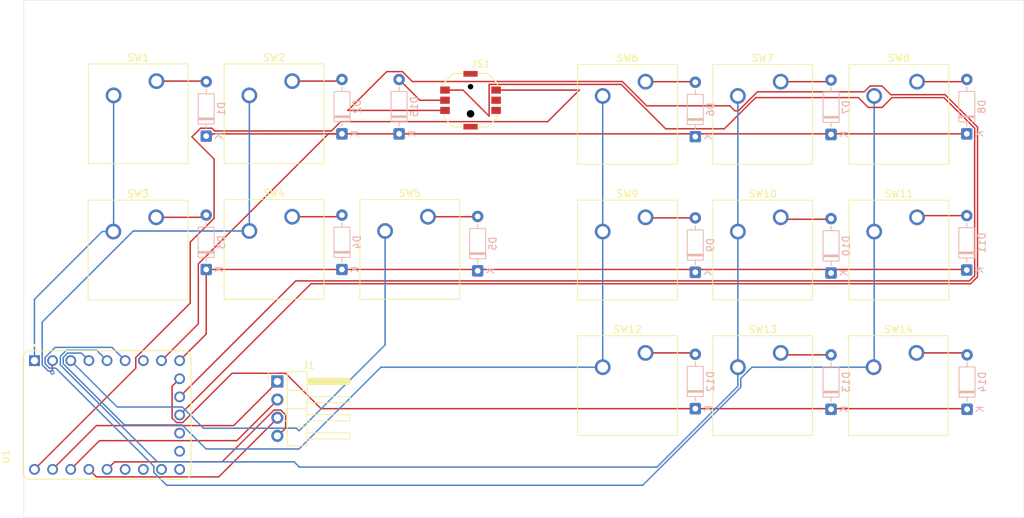
<source format=kicad_pcb>
(kicad_pcb (version 20241229) (generator "pcbnew") (generator_version "9.0")
  (layers (0 "F.Cu" signal) (2 "B.Cu" signal) (13 "F.Paste" user) (15 "B.Paste" user) (5 "F.SilkS" user "F.Silkscreen") (7 "B.SilkS" user "B.Silkscreen") (1 "F.Mask" user) (3 "B.Mask" user) (25 "Edge.Cuts" user))
  (net 0 "")
  (net 1 "Net-(D1-A)")
  (net 2 "row1")
  (net 3 "Net-(D2-A)")
  (net 4 "Net-(D3-A)")
  (net 5 "Net-(D4-A)")
  (net 6 "row0")
  (net 7 "Net-(D5-A)")
  (net 8 "Net-(D6-A)")
  (net 9 "Net-(D7-A)")
  (net 10 "Net-(D8-A)")
  (net 11 "Net-(D9-A)")
  (net 12 "Net-(D10-A)")
  (net 13 "Net-(D11-A)")
  (net 14 "row2")
  (net 15 "Net-(D12-A)")
  (net 16 "Net-(D13-A)")
  (net 17 "Net-(D14-A)")
  (net 18 "/SDA")
  (net 19 "/3V3")
  (net 20 "/SCL")
  (net 21 "/GND")
  (net 25 "/col0")
  (net 29 "/col2")
  (net 30 "/col1")
  (net 31 "/col3")
  (net 32 "/col4")
  (net 34 "/col5")
  (net 35 "/JS_Y")
  (net 36 "/JS_X")
  (net 37 "/JS1VCC")
  (net 38 "Net-(D15-A)")
  (footprint "RP2040-ZERO:MODULE_RP2040-ZERO" (layer "F.Cu") (at 93.16 118.12 90)
    (property "Reference" "U1" (at -5.825 -14.135 90) (layer "F.SilkS"))
    (property "Value" "RP2040-ZERO")
    (pad "1" thru_hole rect (at 7.62 -10.16 90) (size 1.508 1.508) (drill 1) (layers "*.Cu" "*.Mask") (net 25 "/col0"))
    (pad "2" thru_hole circle (at 7.62 -7.62 90) (size 1.508 1.508) (drill 1) (layers "*.Cu" "*.Mask") (net 30 "/col1"))
    (pad "3" thru_hole circle (at 7.62 -5.08 90) (size 1.508 1.508) (drill 1) (layers "*.Cu" "*.Mask") (net 29 "/col2"))
    (pad "4" thru_hole circle (at 7.62 -2.54 90) (size 1.508 1.508) (drill 1) (layers "*.Cu" "*.Mask") (net 31 "/col3"))
    (pad "5" thru_hole circle (at 7.62 0 90) (size 1.508 1.508) (drill 1) (layers "*.Cu" "*.Mask") (net 32 "/col4"))
    (pad "6" thru_hole circle (at 7.62 2.54 90) (size 1.508 1.508) (drill 1) (layers "*.Cu" "*.Mask") (net 34 "/col5"))
    (pad "7" thru_hole circle (at 7.62 5.08 90) (size 1.508 1.508) (drill 1) (layers "*.Cu" "*.Mask"))
    (pad "8" thru_hole circle (at 7.62 7.62 90) (size 1.508 1.508) (drill 1) (layers "*.Cu" "*.Mask") (net 6 "row0"))
    (pad "9" thru_hole circle (at 7.62 10.16 90) (size 1.508 1.508) (drill 1) (layers "*.Cu" "*.Mask") (net 2 "row1"))
    (pad "10" thru_hole circle (at 5.08 10.16 90) (size 1.508 1.508) (drill 1) (layers "*.Cu" "*.Mask") (net 14 "row2"))
    (pad "11" thru_hole circle (at 2.54 10.16 90) (size 1.508 1.508) (drill 1) (layers "*.Cu" "*.Mask") (net 36 "/JS_X"))
    (pad "12" thru_hole circle (at 0 10.16 90) (size 1.508 1.508) (drill 1) (layers "*.Cu" "*.Mask") (net 35 "/JS_Y"))
    (pad "13" thru_hole circle (at -2.54 10.16 90) (size 1.508 1.508) (drill 1) (layers "*.Cu" "*.Mask"))
    (pad "14" thru_hole circle (at -5.08 10.16 90) (size 1.508 1.508) (drill 1) (layers "*.Cu" "*.Mask"))
    (pad "15" thru_hole circle (at -7.62 10.16 90) (size 1.508 1.508) (drill 1) (layers "*.Cu" "*.Mask"))
    (pad "16" thru_hole circle (at -7.62 7.62 90) (size 1.508 1.508) (drill 1) (layers "*.Cu" "*.Mask"))
    (pad "17" thru_hole circle (at -7.62 5.08 90) (size 1.508 1.508) (drill 1) (layers "*.Cu" "*.Mask"))
    (pad "18" thru_hole circle (at -7.62 2.54 90) (size 1.508 1.508) (drill 1) (layers "*.Cu" "*.Mask"))
    (pad "19" thru_hole circle (at -7.62 0 90) (size 1.508 1.508) (drill 1) (layers "*.Cu" "*.Mask") (net 18 "/SDA"))
    (pad "20" thru_hole circle (at -7.62 -2.54 90) (size 1.508 1.508) (drill 1) (layers "*.Cu" "*.Mask") (net 20 "/SCL"))
    (pad "21" thru_hole circle (at -7.62 -5.08 90) (size 1.508 1.508) (drill 1) (layers "*.Cu" "*.Mask") (net 19 "/3V3"))
    (pad "22" thru_hole circle (at -7.62 -7.62 90) (size 1.508 1.508) (drill 1) (layers "*.Cu" "*.Mask") (net 21 "/GND"))
    (pad "23" thru_hole circle (at -7.62 -10.16 90) (size 1.508 1.508) (drill 1) (layers "*.Cu" "*.Mask") (net 37 "/JS1VCC"))
  )
  (footprint "Button_Switch_Keyboard:SW_Cherry_MX_1.00u_PCB" (layer "F.Cu") (at 187.46 108.92)
    (property "Reference" "SW13" (at -2.54 -2.794 0) (layer "F.SilkS"))
    (property "Value" "SW_Push")
    (pad "" np_thru_hole circle (at -7.62 5.08) (size 1.7 1.7) (drill 1.7) (layers "*.Cu" "*.Mask"))
    (pad "" np_thru_hole circle (at -2.54 5.08) (size 4 4) (drill 4) (layers "*.Cu" "*.Mask"))
    (pad "" np_thru_hole circle (at 2.54 5.08) (size 1.7 1.7) (drill 1.7) (layers "*.Cu" "*.Mask"))
    (pad "1" thru_hole circle (at -6 2.5) (size 2.2 2.2) (drill 1.5) (layers "*.Cu" "*.Mask") (net 32 "/col4"))
    (pad "2" thru_hole circle (at 0 0.5) (size 2.2 2.2) (drill 1.5) (layers "*.Cu" "*.Mask") (net 16 "Net-(D13-A)"))
  )
  (footprint "Button_Switch_Keyboard:SW_Cherry_MX_1.00u_PCB" (layer "F.Cu") (at 206.54 70.92)
    (property "Reference" "SW8" (at -2.54 -2.794 0) (layer "F.SilkS"))
    (property "Value" "SW_Push")
    (pad "" np_thru_hole circle (at -7.62 5.08) (size 1.7 1.7) (drill 1.7) (layers "*.Cu" "*.Mask"))
    (pad "" np_thru_hole circle (at -2.54 5.08) (size 4 4) (drill 4) (layers "*.Cu" "*.Mask"))
    (pad "" np_thru_hole circle (at 2.54 5.08) (size 1.7 1.7) (drill 1.7) (layers "*.Cu" "*.Mask"))
    (pad "1" thru_hole circle (at -6 2.5) (size 2.2 2.2) (drill 1.5) (layers "*.Cu" "*.Mask") (net 34 "/col5"))
    (pad "2" thru_hole circle (at 0 0.5) (size 2.2 2.2) (drill 1.5) (layers "*.Cu" "*.Mask") (net 10 "Net-(D8-A)"))
  )
  (footprint "Button_Switch_Keyboard:SW_Cherry_MX_1.00u_PCB" (layer "F.Cu") (at 119.08 89.84)
    (property "Reference" "SW4" (at -2.54 -2.794 0) (layer "F.SilkS"))
    (property "Value" "SW_Push")
    (pad "" np_thru_hole circle (at -7.62 5.08) (size 1.7 1.7) (drill 1.7) (layers "*.Cu" "*.Mask"))
    (pad "" np_thru_hole circle (at -2.54 5.08) (size 4 4) (drill 4) (layers "*.Cu" "*.Mask"))
    (pad "" np_thru_hole circle (at 2.54 5.08) (size 1.7 1.7) (drill 1.7) (layers "*.Cu" "*.Mask"))
    (pad "1" thru_hole circle (at -6 2.5) (size 2.2 2.2) (drill 1.5) (layers "*.Cu" "*.Mask") (net 30 "/col1"))
    (pad "2" thru_hole circle (at 0 0.5) (size 2.2 2.2) (drill 1.5) (layers "*.Cu" "*.Mask") (net 5 "Net-(D4-A)"))
  )
  (footprint "Button_Switch_Keyboard:SW_Cherry_MX_1.00u_PCB" (layer "F.Cu") (at 206.54 89.92)
    (property "Reference" "SW11" (at -2.54 -2.794 0) (layer "F.SilkS"))
    (property "Value" "SW_Push")
    (pad "" np_thru_hole circle (at -7.62 5.08) (size 1.7 1.7) (drill 1.7) (layers "*.Cu" "*.Mask"))
    (pad "" np_thru_hole circle (at -2.54 5.08) (size 4 4) (drill 4) (layers "*.Cu" "*.Mask"))
    (pad "" np_thru_hole circle (at 2.54 5.08) (size 1.7 1.7) (drill 1.7) (layers "*.Cu" "*.Mask"))
    (pad "1" thru_hole circle (at -6 2.5) (size 2.2 2.2) (drill 1.5) (layers "*.Cu" "*.Mask") (net 34 "/col5"))
    (pad "2" thru_hole circle (at 0 0.5) (size 2.2 2.2) (drill 1.5) (layers "*.Cu" "*.Mask") (net 13 "Net-(D11-A)"))
  )
  (footprint "Button_Switch_Keyboard:SW_Cherry_MX_1.00u_PCB" (layer "F.Cu") (at 119.08 70.84)
    (property "Reference" "SW2" (at -2.54 -2.794 0) (layer "F.SilkS"))
    (property "Value" "SW_Push")
    (pad "" np_thru_hole circle (at -7.62 5.08) (size 1.7 1.7) (drill 1.7) (layers "*.Cu" "*.Mask"))
    (pad "" np_thru_hole circle (at -2.54 5.08) (size 4 4) (drill 4) (layers "*.Cu" "*.Mask"))
    (pad "" np_thru_hole circle (at 2.54 5.08) (size 1.7 1.7) (drill 1.7) (layers "*.Cu" "*.Mask"))
    (pad "1" thru_hole circle (at -6 2.5) (size 2.2 2.2) (drill 1.5) (layers "*.Cu" "*.Mask") (net 30 "/col1"))
    (pad "2" thru_hole circle (at 0 0.5) (size 2.2 2.2) (drill 1.5) (layers "*.Cu" "*.Mask") (net 3 "Net-(D2-A)"))
  )
  (footprint "Connector_PinHeader_2.54mm:PinHeader_1x04_P2.54mm_Horizontal" (layer "F.Cu") (at 117 113.42)
    (property "Reference" "J1" (at 4.385 -2.27 0) (layer "F.SilkS"))
    (property "Value" "Conn_01x04")
    (pad "1" thru_hole rect (at 0 0) (size 1.7 1.7) (drill 1) (layers "*.Cu" "*.Mask") (net 21 "/GND"))
    (pad "2" thru_hole circle (at 0 2.54) (size 1.7 1.7) (drill 1) (layers "*.Cu" "*.Mask") (net 19 "/3V3"))
    (pad "3" thru_hole circle (at 0 5.08) (size 1.7 1.7) (drill 1) (layers "*.Cu" "*.Mask") (net 20 "/SCL"))
    (pad "4" thru_hole circle (at 0 7.62) (size 1.7 1.7) (drill 1) (layers "*.Cu" "*.Mask") (net 18 "/SDA"))
  )
  (footprint "Button_Switch_Keyboard:SW_Cherry_MX_1.00u_PCB" (layer "F.Cu") (at 187.46 70.92)
    (property "Reference" "SW7" (at -2.54 -2.794 0) (layer "F.SilkS"))
    (property "Value" "SW_Push")
    (pad "" np_thru_hole circle (at -7.62 5.08) (size 1.7 1.7) (drill 1.7) (layers "*.Cu" "*.Mask"))
    (pad "" np_thru_hole circle (at -2.54 5.08) (size 4 4) (drill 4) (layers "*.Cu" "*.Mask"))
    (pad "" np_thru_hole circle (at 2.54 5.08) (size 1.7 1.7) (drill 1.7) (layers "*.Cu" "*.Mask"))
    (pad "1" thru_hole circle (at -6 2.5) (size 2.2 2.2) (drill 1.5) (layers "*.Cu" "*.Mask") (net 32 "/col4"))
    (pad "2" thru_hole circle (at 0 0.5) (size 2.2 2.2) (drill 1.5) (layers "*.Cu" "*.Mask") (net 9 "Net-(D7-A)"))
  )
  (footprint "Button_Switch_Keyboard:SW_Cherry_MX_1.00u_PCB" (layer "F.Cu") (at 138.08 89.84)
    (property "Reference" "SW5" (at -2.54 -2.794 0) (layer "F.SilkS"))
    (property "Value" "SW_Push")
    (pad "" np_thru_hole circle (at -7.62 5.08) (size 1.7 1.7) (drill 1.7) (layers "*.Cu" "*.Mask"))
    (pad "" np_thru_hole circle (at -2.54 5.08) (size 4 4) (drill 4) (layers "*.Cu" "*.Mask"))
    (pad "" np_thru_hole circle (at 2.54 5.08) (size 1.7 1.7) (drill 1.7) (layers "*.Cu" "*.Mask"))
    (pad "1" thru_hole circle (at -6 2.5) (size 2.2 2.2) (drill 1.5) (layers "*.Cu" "*.Mask") (net 29 "/col2"))
    (pad "2" thru_hole circle (at 0 0.5) (size 2.2 2.2) (drill 1.5) (layers "*.Cu" "*.Mask") (net 7 "Net-(D5-A)"))
  )
  (footprint "joy:SW_SKRHABE010_SMD" (layer "F.Cu") (at 144.04 74.02)
    (property "Reference" "JS1" (at 0 -4.5 0) (layer "F.SilkS") (effects (justify left bottom)))
    (property "Value" "joystick_analog")
    (pad "" np_thru_hole circle (at 0 -1.9) (size 0.75 0.75) (drill 0.75) (layers "*.Mask"))
    (pad "" np_thru_hole circle (at 0 1.9) (size 1.05 1.05) (drill 1.05) (layers "*.Mask"))
    (pad "1" smd rect (at -3.575 -1.425 90) (size 1 1.35) (layers "F.Cu" "F.Mask" "F.Paste") (net 36 "/JS_X"))
    (pad "2" smd rect (at -3.575 0 90) (size 1 1.35) (layers "F.Cu" "F.Mask" "F.Paste") (net 38 "Net-(D15-A)"))
    (pad "3" smd rect (at -3.575 1.425 90) (size 1 1.35) (layers "F.Cu" "F.Mask" "F.Paste") (net 35 "/JS_Y"))
    (pad "4" smd rect (at 3.575 -1.425 90) (size 1 1.35) (layers "F.Cu" "F.Mask" "F.Paste") (net 37 "/JS1VCC"))
    (pad "5" smd rect (at 3.575 0 90) (size 1 1.35) (layers "F.Cu" "F.Mask" "F.Paste"))
    (pad "6" smd rect (at 3.575 1.425 90) (size 1 1.35) (layers "F.Cu" "F.Mask" "F.Paste"))
    (pad "MP" smd rect (at 0 -3.7 90) (size 0.8 2) (layers "F.Cu" "F.Mask" "F.Paste"))
    (pad "MP" smd rect (at 0 3.7 90) (size 0.8 2) (layers "F.Cu" "F.Mask" "F.Paste"))
  )
  (footprint "Button_Switch_Keyboard:SW_Cherry_MX_1.00u_PCB" (layer "F.Cu") (at 168.54 89.92)
    (property "Reference" "SW9" (at -2.54 -2.794 0) (layer "F.SilkS"))
    (property "Value" "SW_Push")
    (pad "" np_thru_hole circle (at -7.62 5.08) (size 1.7 1.7) (drill 1.7) (layers "*.Cu" "*.Mask"))
    (pad "" np_thru_hole circle (at -2.54 5.08) (size 4 4) (drill 4) (layers "*.Cu" "*.Mask"))
    (pad "" np_thru_hole circle (at 2.54 5.08) (size 1.7 1.7) (drill 1.7) (layers "*.Cu" "*.Mask"))
    (pad "1" thru_hole circle (at -6 2.5) (size 2.2 2.2) (drill 1.5) (layers "*.Cu" "*.Mask") (net 31 "/col3"))
    (pad "2" thru_hole circle (at 0 0.5) (size 2.2 2.2) (drill 1.5) (layers "*.Cu" "*.Mask") (net 11 "Net-(D9-A)"))
  )
  (footprint "Button_Switch_Keyboard:SW_Cherry_MX_1.00u_PCB" (layer "F.Cu") (at 100.04 89.92)
    (property "Reference" "SW3" (at -2.54 -2.794 0) (layer "F.SilkS"))
    (property "Value" "SW_Push")
    (pad "" np_thru_hole circle (at -7.62 5.08) (size 1.7 1.7) (drill 1.7) (layers "*.Cu" "*.Mask"))
    (pad "" np_thru_hole circle (at -2.54 5.08) (size 4 4) (drill 4) (layers "*.Cu" "*.Mask"))
    (pad "" np_thru_hole circle (at 2.54 5.08) (size 1.7 1.7) (drill 1.7) (layers "*.Cu" "*.Mask"))
    (pad "1" thru_hole circle (at -6 2.5) (size 2.2 2.2) (drill 1.5) (layers "*.Cu" "*.Mask") (net 25 "/col0"))
    (pad "2" thru_hole circle (at 0 0.5) (size 2.2 2.2) (drill 1.5) (layers "*.Cu" "*.Mask") (net 4 "Net-(D3-A)"))
  )
  (footprint "Button_Switch_Keyboard:SW_Cherry_MX_1.00u_PCB" (layer "F.Cu") (at 206.46 108.92)
    (property "Reference" "SW14" (at -2.54 -2.794 0) (layer "F.SilkS"))
    (property "Value" "SW_Push")
    (pad "" np_thru_hole circle (at -7.62 5.08) (size 1.7 1.7) (drill 1.7) (layers "*.Cu" "*.Mask"))
    (pad "" np_thru_hole circle (at -2.54 5.08) (size 4 4) (drill 4) (layers "*.Cu" "*.Mask"))
    (pad "" np_thru_hole circle (at 2.54 5.08) (size 1.7 1.7) (drill 1.7) (layers "*.Cu" "*.Mask"))
    (pad "1" thru_hole circle (at -6 2.5) (size 2.2 2.2) (drill 1.5) (layers "*.Cu" "*.Mask") (net 34 "/col5"))
    (pad "2" thru_hole circle (at 0 0.5) (size 2.2 2.2) (drill 1.5) (layers "*.Cu" "*.Mask") (net 17 "Net-(D14-A)"))
  )
  (footprint "Button_Switch_Keyboard:SW_Cherry_MX_1.00u_PCB" (layer "F.Cu") (at 100.08 70.84)
    (property "Reference" "SW1" (at -2.54 -2.794 0) (layer "F.SilkS"))
    (property "Value" "SW_Push")
    (pad "" np_thru_hole circle (at -7.62 5.08) (size 1.7 1.7) (drill 1.7) (layers "*.Cu" "*.Mask"))
    (pad "" np_thru_hole circle (at -2.54 5.08) (size 4 4) (drill 4) (layers "*.Cu" "*.Mask"))
    (pad "" np_thru_hole circle (at 2.54 5.08) (size 1.7 1.7) (drill 1.7) (layers "*.Cu" "*.Mask"))
    (pad "1" thru_hole circle (at -6 2.5) (size 2.2 2.2) (drill 1.5) (layers "*.Cu" "*.Mask") (net 25 "/col0"))
    (pad "2" thru_hole circle (at 0 0.5) (size 2.2 2.2) (drill 1.5) (layers "*.Cu" "*.Mask") (net 1 "Net-(D1-A)"))
  )
  (footprint "Button_Switch_Keyboard:SW_Cherry_MX_1.00u_PCB" (layer "F.Cu") (at 168.54 70.92)
    (property "Reference" "SW6" (at -2.54 -2.794 0) (layer "F.SilkS"))
    (property "Value" "SW_Push")
    (pad "" np_thru_hole circle (at -7.62 5.08) (size 1.7 1.7) (drill 1.7) (layers "*.Cu" "*.Mask"))
    (pad "" np_thru_hole circle (at -2.54 5.08) (size 4 4) (drill 4) (layers "*.Cu" "*.Mask"))
    (pad "" np_thru_hole circle (at 2.54 5.08) (size 1.7 1.7) (drill 1.7) (layers "*.Cu" "*.Mask"))
    (pad "1" thru_hole circle (at -6 2.5) (size 2.2 2.2) (drill 1.5) (layers "*.Cu" "*.Mask") (net 31 "/col3"))
    (pad "2" thru_hole circle (at 0 0.5) (size 2.2 2.2) (drill 1.5) (layers "*.Cu" "*.Mask") (net 8 "Net-(D6-A)"))
  )
  (footprint "Button_Switch_Keyboard:SW_Cherry_MX_1.00u_PCB" (layer "F.Cu") (at 168.54 108.92)
    (property "Reference" "SW12" (at -2.54 -2.794 0) (layer "F.SilkS"))
    (property "Value" "SW_Push")
    (pad "" np_thru_hole circle (at -7.62 5.08) (size 1.7 1.7) (drill 1.7) (layers "*.Cu" "*.Mask"))
    (pad "" np_thru_hole circle (at -2.54 5.08) (size 4 4) (drill 4) (layers "*.Cu" "*.Mask"))
    (pad "" np_thru_hole circle (at 2.54 5.08) (size 1.7 1.7) (drill 1.7) (layers "*.Cu" "*.Mask"))
    (pad "1" thru_hole circle (at -6 2.5) (size 2.2 2.2) (drill 1.5) (layers "*.Cu" "*.Mask") (net 31 "/col3"))
    (pad "2" thru_hole circle (at 0 0.5) (size 2.2 2.2) (drill 1.5) (layers "*.Cu" "*.Mask") (net 15 "Net-(D12-A)"))
  )
  (footprint "Button_Switch_Keyboard:SW_Cherry_MX_1.00u_PCB" (layer "F.Cu") (at 187.46 89.92)
    (property "Reference" "SW10" (at -2.54 -2.794 0) (layer "F.SilkS"))
    (property "Value" "SW_Push")
    (pad "" np_thru_hole circle (at -7.62 5.08) (size 1.7 1.7) (drill 1.7) (layers "*.Cu" "*.Mask"))
    (pad "" np_thru_hole circle (at -2.54 5.08) (size 4 4) (drill 4) (layers "*.Cu" "*.Mask"))
    (pad "" np_thru_hole circle (at 2.54 5.08) (size 1.7 1.7) (drill 1.7) (layers "*.Cu" "*.Mask"))
    (pad "1" thru_hole circle (at -6 2.5) (size 2.2 2.2) (drill 1.5) (layers "*.Cu" "*.Mask") (net 32 "/col4"))
    (pad "2" thru_hole circle (at 0 0.5) (size 2.2 2.2) (drill 1.5) (layers "*.Cu" "*.Mask") (net 12 "Net-(D10-A)"))
  )
  (footprint "Diode_THT:D_DO-35_SOD27_P7.62mm_Horizontal" (layer "B.Cu") (at 145.04 97.92 90)
    (property "Reference" "D5" (at 3.81 2.12 90) (layer "B.SilkS") (effects (justify mirror)))
    (property "Value" "D")
    (fp_text user "K" (at 0 1.8 90) (layer "B.SilkS") (effects (justify mirror)))
    (pad "1" thru_hole roundrect (at 0 0 90) (size 1.6 1.6) (drill 0.8) (layers "*.Cu" "*.Mask") (roundrect_rratio 0.15625) (net 2 "row1"))
    (pad "2" thru_hole circle (at 7.62 0 90) (size 1.6 1.6) (drill 0.8) (layers "*.Cu" "*.Mask") (net 7 "Net-(D5-A)"))
  )
  (footprint "Diode_THT:D_DO-35_SOD27_P7.62mm_Horizontal" (layer "B.Cu") (at 213.5 97.81 90)
    (property "Reference" "D11" (at 3.81 2.12 90) (layer "B.SilkS") (effects (justify mirror)))
    (property "Value" "D")
    (fp_text user "K" (at 0 1.8 90) (layer "B.SilkS") (effects (justify mirror)))
    (pad "1" thru_hole roundrect (at 0 0 90) (size 1.6 1.6) (drill 0.8) (layers "*.Cu" "*.Mask") (roundrect_rratio 0.15625) (net 2 "row1"))
    (pad "2" thru_hole circle (at 7.62 0 90) (size 1.6 1.6) (drill 0.8) (layers "*.Cu" "*.Mask") (net 13 "Net-(D11-A)"))
  )
  (footprint "Diode_THT:D_DO-35_SOD27_P7.62mm_Horizontal" (layer "B.Cu") (at 213.5 78.73 90)
    (property "Reference" "D8" (at 3.81 2.12 90) (layer "B.SilkS") (effects (justify mirror)))
    (property "Value" "D")
    (fp_text user "K" (at 0 1.8 90) (layer "B.SilkS") (effects (justify mirror)))
    (pad "1" thru_hole roundrect (at 0 0 90) (size 1.6 1.6) (drill 0.8) (layers "*.Cu" "*.Mask") (roundrect_rratio 0.15625) (net 6 "row0"))
    (pad "2" thru_hole circle (at 7.62 0 90) (size 1.6 1.6) (drill 0.8) (layers "*.Cu" "*.Mask") (net 10 "Net-(D8-A)"))
  )
  (footprint "Diode_THT:D_DO-35_SOD27_P7.62mm_Horizontal" (layer "B.Cu") (at 175.5 98.12 90)
    (property "Reference" "D9" (at 3.81 2.12 90) (layer "B.SilkS") (effects (justify mirror)))
    (property "Value" "D")
    (fp_text user "K" (at 0 1.8 90) (layer "B.SilkS") (effects (justify mirror)))
    (pad "1" thru_hole roundrect (at 0 0 90) (size 1.6 1.6) (drill 0.8) (layers "*.Cu" "*.Mask") (roundrect_rratio 0.15625) (net 2 "row1"))
    (pad "2" thru_hole circle (at 7.62 0 90) (size 1.6 1.6) (drill 0.8) (layers "*.Cu" "*.Mask") (net 11 "Net-(D9-A)"))
  )
  (footprint "Diode_THT:D_DO-35_SOD27_P7.62mm_Horizontal" (layer "B.Cu") (at 126.04 78.73 90)
    (property "Reference" "D2" (at 3.81 2.12 90) (layer "B.SilkS") (effects (justify mirror)))
    (property "Value" "D")
    (fp_text user "K" (at 0 1.8 90) (layer "B.SilkS") (effects (justify mirror)))
    (pad "1" thru_hole roundrect (at 0 0 90) (size 1.6 1.6) (drill 0.8) (layers "*.Cu" "*.Mask") (roundrect_rratio 0.15625) (net 6 "row0"))
    (pad "2" thru_hole circle (at 7.62 0 90) (size 1.6 1.6) (drill 0.8) (layers "*.Cu" "*.Mask") (net 3 "Net-(D2-A)"))
  )
  (footprint "Diode_THT:D_DO-35_SOD27_P7.62mm_Horizontal" (layer "B.Cu") (at 194.5 98.23 90)
    (property "Reference" "D10" (at 3.81 2.12 90) (layer "B.SilkS") (effects (justify mirror)))
    (property "Value" "D")
    (fp_text user "K" (at 0 1.8 90) (layer "B.SilkS") (effects (justify mirror)))
    (pad "1" thru_hole roundrect (at 0 0 90) (size 1.6 1.6) (drill 0.8) (layers "*.Cu" "*.Mask") (roundrect_rratio 0.15625) (net 2 "row1"))
    (pad "2" thru_hole circle (at 7.62 0 90) (size 1.6 1.6) (drill 0.8) (layers "*.Cu" "*.Mask") (net 12 "Net-(D10-A)"))
  )
  (footprint "Diode_THT:D_DO-35_SOD27_P7.62mm_Horizontal" (layer "B.Cu") (at 175.5 79.12 90)
    (property "Reference" "D6" (at 3.81 2.12 90) (layer "B.SilkS") (effects (justify mirror)))
    (property "Value" "D")
    (fp_text user "K" (at 0 1.8 90) (layer "B.SilkS") (effects (justify mirror)))
    (pad "1" thru_hole roundrect (at 0 0 90) (size 1.6 1.6) (drill 0.8) (layers "*.Cu" "*.Mask") (roundrect_rratio 0.15625) (net 6 "row0"))
    (pad "2" thru_hole circle (at 7.62 0 90) (size 1.6 1.6) (drill 0.8) (layers "*.Cu" "*.Mask") (net 8 "Net-(D6-A)"))
  )
  (footprint "Diode_THT:D_DO-35_SOD27_P7.62mm_Horizontal" (layer "B.Cu") (at 107.04 79.04 90)
    (property "Reference" "D1" (at 3.81 2.12 90) (layer "B.SilkS") (effects (justify mirror)))
    (property "Value" "D")
    (fp_text user "K" (at 0 1.8 90) (layer "B.SilkS") (effects (justify mirror)))
    (pad "1" thru_hole roundrect (at 0 0 90) (size 1.6 1.6) (drill 0.8) (layers "*.Cu" "*.Mask") (roundrect_rratio 0.15625) (net 6 "row0"))
    (pad "2" thru_hole circle (at 7.62 0 90) (size 1.6 1.6) (drill 0.8) (layers "*.Cu" "*.Mask") (net 1 "Net-(D1-A)"))
  )
  (footprint "Diode_THT:D_DO-35_SOD27_P7.62mm_Horizontal" (layer "B.Cu") (at 194.5 117.31 90)
    (property "Reference" "D13" (at 3.81 2.12 90) (layer "B.SilkS") (effects (justify mirror)))
    (property "Value" "D")
    (fp_text user "K" (at 0 1.8 90) (layer "B.SilkS") (effects (justify mirror)))
    (pad "1" thru_hole roundrect (at 0 0 90) (size 1.6 1.6) (drill 0.8) (layers "*.Cu" "*.Mask") (roundrect_rratio 0.15625) (net 14 "row2"))
    (pad "2" thru_hole circle (at 7.62 0 90) (size 1.6 1.6) (drill 0.8) (layers "*.Cu" "*.Mask") (net 16 "Net-(D13-A)"))
  )
  (footprint "Diode_THT:D_DO-35_SOD27_P7.62mm_Horizontal" (layer "B.Cu") (at 134.04 78.73 90)
    (property "Reference" "D15" (at 3.81 2.12 90) (layer "B.SilkS") (effects (justify mirror)))
    (property "Value" "D")
    (fp_text user "K" (at 0 1.8 90) (layer "B.SilkS") (effects (justify mirror)))
    (pad "1" thru_hole roundrect (at 0 0 90) (size 1.6 1.6) (drill 0.8) (layers "*.Cu" "*.Mask") (roundrect_rratio 0.15625) (net 6 "row0"))
    (pad "2" thru_hole circle (at 7.62 0 90) (size 1.6 1.6) (drill 0.8) (layers "*.Cu" "*.Mask") (net 38 "Net-(D15-A)"))
  )
  (footprint "Diode_THT:D_DO-35_SOD27_P7.62mm_Horizontal" (layer "B.Cu") (at 213.54 117.31 90)
    (property "Reference" "D14" (at 3.81 2.12 90) (layer "B.SilkS") (effects (justify mirror)))
    (property "Value" "D")
    (fp_text user "K" (at 0 1.8 90) (layer "B.SilkS") (effects (justify mirror)))
    (pad "1" thru_hole roundrect (at 0 0 90) (size 1.6 1.6) (drill 0.8) (layers "*.Cu" "*.Mask") (roundrect_rratio 0.15625) (net 14 "row2"))
    (pad "2" thru_hole circle (at 7.62 0 90) (size 1.6 1.6) (drill 0.8) (layers "*.Cu" "*.Mask") (net 17 "Net-(D14-A)"))
  )
  (footprint "Diode_THT:D_DO-35_SOD27_P7.62mm_Horizontal" (layer "B.Cu") (at 107.04 97.73 90)
    (property "Reference" "D3" (at 3.81 2.12 90) (layer "B.SilkS") (effects (justify mirror)))
    (property "Value" "D")
    (fp_text user "K" (at 0 1.8 90) (layer "B.SilkS") (effects (justify mirror)))
    (pad "1" thru_hole roundrect (at 0 0 90) (size 1.6 1.6) (drill 0.8) (layers "*.Cu" "*.Mask") (roundrect_rratio 0.15625) (net 2 "row1"))
    (pad "2" thru_hole circle (at 7.62 0 90) (size 1.6 1.6) (drill 0.8) (layers "*.Cu" "*.Mask") (net 4 "Net-(D3-A)"))
  )
  (footprint "Diode_THT:D_DO-35_SOD27_P7.62mm_Horizontal" (layer "B.Cu") (at 175.5 117.23 90)
    (property "Reference" "D12" (at 3.81 2.12 90) (layer "B.SilkS") (effects (justify mirror)))
    (property "Value" "D")
    (fp_text user "K" (at 0 1.8 90) (layer "B.SilkS") (effects (justify mirror)))
    (pad "1" thru_hole roundrect (at 0 0 90) (size 1.6 1.6) (drill 0.8) (layers "*.Cu" "*.Mask") (roundrect_rratio 0.15625) (net 14 "row2"))
    (pad "2" thru_hole circle (at 7.62 0 90) (size 1.6 1.6) (drill 0.8) (layers "*.Cu" "*.Mask") (net 15 "Net-(D12-A)"))
  )
  (footprint "Diode_THT:D_DO-35_SOD27_P7.62mm_Horizontal" (layer "B.Cu") (at 126.04 97.73 90)
    (property "Reference" "D4" (at 3.81 2.12 90) (layer "B.SilkS") (effects (justify mirror)))
    (property "Value" "D")
    (fp_text user "K" (at 0 1.8 90) (layer "B.SilkS") (effects (justify mirror)))
    (pad "1" thru_hole roundrect (at 0 0 90) (size 1.6 1.6) (drill 0.8) (layers "*.Cu" "*.Mask") (roundrect_rratio 0.15625) (net 2 "row1"))
    (pad "2" thru_hole circle (at 7.62 0 90) (size 1.6 1.6) (drill 0.8) (layers "*.Cu" "*.Mask") (net 5 "Net-(D4-A)"))
  )
  (footprint "Diode_THT:D_DO-35_SOD27_P7.62mm_Horizontal" (layer "B.Cu") (at 194.5 78.81 90)
    (property "Reference" "D7" (at 3.81 2.12 90) (layer "B.SilkS") (effects (justify mirror)))
    (property "Value" "D")
    (fp_text user "K" (at 0 1.8 90) (layer "B.SilkS") (effects (justify mirror)))
    (pad "1" thru_hole roundrect (at 0 0 90) (size 1.6 1.6) (drill 0.8) (layers "*.Cu" "*.Mask") (roundrect_rratio 0.15625) (net 6 "row0"))
    (pad "2" thru_hole circle (at 7.62 0 90) (size 1.6 1.6) (drill 0.8) (layers "*.Cu" "*.Mask") (net 9 "Net-(D7-A)"))
  )
  (gr_rect (start 81.5 60) (end 221.5 132.5) (stroke (width 0.05)) (fill no) (layer "Edge.Cuts"))
  (segment (start 106.96 71.34) (end 107.04 71.42) (width 0.2) (layer "F.Cu") (net 1))
  (segment (start 100.08 71.34) (end 106.96 71.34) (width 0.2) (layer "F.Cu") (net 1))
  (segment (start 107.04 97.73) (end 213.42 97.73) (width 0.2) (layer "F.Cu") (net 2))
  (segment (start 213.42 97.73) (end 213.5 97.81) (width 0.2) (layer "F.Cu") (net 2))
  (segment (start 107.04 106.78) (end 103.32 110.5) (width 0.2) (layer "F.Cu") (net 2))
  (segment (start 107.04 97.73) (end 107.04 106.78) (width 0.2) (layer "F.Cu") (net 2))
  (segment (start 125.81 71.34) (end 126.04 71.11) (width 0.2) (layer "F.Cu") (net 3))
  (segment (start 119.08 71.34) (end 125.81 71.34) (width 0.2) (layer "F.Cu") (net 3))
  (segment (start 100.04 90.42) (end 106.85 90.42) (width 0.2) (layer "F.Cu") (net 4))
  (segment (start 106.85 90.42) (end 107.04 90.61) (width 0.2) (layer "F.Cu") (net 4))
  (segment (start 119.08 90.34) (end 125.81 90.34) (width 0.2) (layer "F.Cu") (net 5))
  (segment (start 125.81 90.34) (end 126.04 90.11) (width 0.2) (layer "F.Cu") (net 5))
  (segment (start 107.35 78.73) (end 107.04 79.04) (width 0.2) (layer "F.Cu") (net 6))
  (segment (start 107.97 78.73) (end 213.5 78.73) (width 0.2) (layer "F.Cu") (net 6))
  (segment (start 107.04 79.04) (end 107.66 79.04) (width 0.2) (layer "F.Cu") (net 6))
  (segment (start 105.939 96.94484) (end 105.939 105.341) (width 0.2) (layer "F.Cu") (net 6))
  (segment (start 105.939 105.341) (end 100.78 110.5) (width 0.2) (layer "F.Cu") (net 6))
  (segment (start 124.15384 78.73) (end 105.939 96.94484) (width 0.2) (layer "F.Cu") (net 6))
  (segment (start 126.04 78.73) (end 124.15384 78.73) (width 0.2) (layer "F.Cu") (net 6))
  (segment (start 107.66 79.04) (end 107.97 78.73) (width 0.2) (layer "F.Cu") (net 6))
  (segment (start 145 90.34) (end 145.04 90.3) (width 0.2) (layer "F.Cu") (net 7))
  (segment (start 138.08 90.34) (end 145 90.34) (width 0.2) (layer "F.Cu") (net 7))
  (segment (start 175.42 71.42) (end 175.5 71.5) (width 0.2) (layer "F.Cu") (net 8))
  (segment (start 168.54 71.42) (end 175.42 71.42) (width 0.2) (layer "F.Cu") (net 8))
  (segment (start 187.46 71.42) (end 194.27 71.42) (width 0.2) (layer "F.Cu") (net 9))
  (segment (start 194.27 71.42) (end 194.5 71.19) (width 0.2) (layer "F.Cu") (net 9))
  (segment (start 213.23 71.42) (end 213.5 71.69) (width 0.2) (layer "F.Cu") (net 10))
  (segment (start 206.54 71.42) (end 213.23 71.42) (width 0.2) (layer "F.Cu") (net 10))
  (segment (start 168.62 90.5) (end 168.54 90.42) (width 0.2) (layer "F.Cu") (net 11))
  (segment (start 175.5 90.5) (end 168.62 90.5) (width 0.2) (layer "F.Cu") (net 11))
  (segment (start 187.73 90.69) (end 187.46 90.42) (width 0.2) (layer "F.Cu") (net 12))
  (segment (start 194.5 90.69) (end 187.73 90.69) (width 0.2) (layer "F.Cu") (net 12))
  (segment (start 213.5 90.19) (end 206.77 90.19) (width 0.2) (layer "F.Cu") (net 13))
  (segment (start 206.77 90.19) (end 206.54 90.42) (width 0.2) (layer "F.Cu") (net 13))
  (segment (start 175.5 117.23) (end 213.46 117.23) (width 0.2) (layer "F.Cu") (net 14))
  (segment (start 102.883004 119.175) (end 102.265 118.556996) (width 0.2) (layer "F.Cu") (net 14))
  (segment (start 213.46 117.23) (end 213.54 117.31) (width 0.2) (layer "F.Cu") (net 14))
  (segment (start 123.112 117.23) (end 118.151 112.269) (width 0.2) (layer "F.Cu") (net 14))
  (segment (start 118.151 112.269) (end 110.662996 112.269) (width 0.2) (layer "F.Cu") (net 14))
  (segment (start 102.265 114.095) (end 103.32 113.04) (width 0.2) (layer "F.Cu") (net 14))
  (segment (start 175.5 117.23) (end 123.112 117.23) (width 0.2) (layer "F.Cu") (net 14))
  (segment (start 103.756996 119.175) (end 102.883004 119.175) (width 0.2) (layer "F.Cu") (net 14))
  (segment (start 102.265 118.556996) (end 102.265 114.095) (width 0.2) (layer "F.Cu") (net 14))
  (segment (start 110.662996 112.269) (end 103.756996 119.175) (width 0.2) (layer "F.Cu") (net 14))
  (segment (start 168.54 109.42) (end 175.27 109.42) (width 0.2) (layer "F.Cu") (net 15))
  (segment (start 175.27 109.42) (end 175.5 109.19) (width 0.2) (layer "F.Cu") (net 15))
  (segment (start 194.5 109.69) (end 187.73 109.69) (width 0.2) (layer "F.Cu") (net 16))
  (segment (start 187.73 109.69) (end 187.46 109.42) (width 0.2) (layer "F.Cu") (net 16))
  (segment (start 213.73 109.42) (end 214 109.69) (width 0.2) (layer "F.Cu") (net 17))
  (segment (start 206.46 109.42) (end 213.73 109.42) (width 0.2) (layer "F.Cu") (net 17))
  (segment (start 94.215 124.685) (end 93.16 125.74) (width 0.2) (layer "F.Cu") (net 18))
  (segment (start 109.26724 124.685) (end 94.215 124.685) (width 0.2) (layer "F.Cu") (net 18))
  (segment (start 118.151 119.969) (end 118.151 118.10324) (width 0.2) (layer "F.Cu") (net 18))
  (segment (start 118.151 118.10324) (end 117.47676 117.429) (width 0.2) (layer "F.Cu") (net 18))
  (segment (start 116.52324 117.429) (end 109.26724 124.685) (width 0.2) (layer "F.Cu") (net 18))
  (segment (start 117.47676 117.429) (end 116.52324 117.429) (width 0.2) (layer "F.Cu") (net 18))
  (segment (start 117 121.12) (end 118.151 119.969) (width 0.2) (layer "F.Cu") (net 18))
  (segment (start 117 116.04) (end 111.325 121.715) (width 0.2) (layer "F.Cu") (net 19))
  (segment (start 92.105 121.715) (end 88.08 125.74) (width 0.2) (layer "F.Cu") (net 19))
  (segment (start 111.325 121.715) (end 92.105 121.715) (width 0.2) (layer "F.Cu") (net 19))
  (segment (start 117 118.58) (end 108.785 126.795) (width 0.2) (layer "F.Cu") (net 20))
  (segment (start 91.675 126.795) (end 90.62 125.74) (width 0.2) (layer "F.Cu") (net 20))
  (segment (start 108.785 126.795) (end 91.675 126.795) (width 0.2) (layer "F.Cu") (net 20))
  (segment (start 91.675 119.605) (end 85.54 125.74) (width 0.2) (layer "F.Cu") (net 21))
  (segment (start 110.895 119.605) (end 91.675 119.605) (width 0.2) (layer "F.Cu") (net 21))
  (segment (start 117 113.5) (end 110.895 119.605) (width 0.2) (layer "F.Cu") (net 21))
  (segment (start 94.08 92.38) (end 94.04 92.42) (width 0.2) (layer "F.Cu") (net 25))
  (segment (start 92.484366 92.42) (end 83 101.904366) (width 0.2) (layer "B.Cu") (net 25))
  (segment (start 94.08 73.34) (end 94.08 92.38) (width 0.2) (layer "B.Cu") (net 25))
  (segment (start 83 101.904366) (end 83 110.5) (width 0.2) (layer "B.Cu") (net 25))
  (segment (start 94.04 92.42) (end 92.484366 92.42) (width 0.2) (layer "B.Cu") (net 25))
  (segment (start 94.08 92.38) (end 94.04 92.42) (width 0.2) (layer "B.Cu") (net 25))
  (segment (start 132.08 108.3) (end 120.04 120.34) (width 0.2) (layer "B.Cu") (net 29))
  (segment (start 106.660996 119.969) (end 103.691996 117) (width 0.2) (layer "B.Cu") (net 29))
  (segment (start 94.58 117) (end 88.08 110.5) (width 0.2) (layer "B.Cu") (net 29))
  (segment (start 103.691996 117) (end 94.58 117) (width 0.2) (layer "B.Cu") (net 29))
  (segment (start 120.04 120.34) (end 119.669 119.969) (width 0.2) (layer "B.Cu") (net 29))
  (segment (start 132.08 92.34) (end 132.08 108.3) (width 0.2) (layer "B.Cu") (net 29))
  (segment (start 119.669 119.969) (end 106.660996 119.969) (width 0.2) (layer "B.Cu") (net 29))
  (segment (start 85.502432 112.155) (end 85.502432 110.537568) (width 0.2) (layer "F.Cu") (net 30))
  (segment (start 85.502432 110.537568) (end 85.54 110.5) (width 0.2) (layer "F.Cu") (net 30))
  (via (at 85.502432 112.155) (size 0.6) (drill 0.3) (layers "F.Cu" "B.Cu") (net 30))
  (segment (start 85.54 112.117432) (end 85.502432 112.155) (width 0.2) (layer "B.Cu") (net 30))
  (segment (start 85.54 111.956) (end 85.54 112.117432) (width 0.2) (layer "B.Cu") (net 30))
  (segment (start 84.936904 111.956) (end 85.54 111.956) (width 0.2) (layer "B.Cu") (net 30))
  (segment (start 84.084 111.103096) (end 84.936904 111.956) (width 0.2) (layer "B.Cu") (net 30))
  (segment (start 113.08 73.34) (end 113.08 92.34) (width 0.2) (layer "B.Cu") (net 30))
  (segment (start 84.084 105.091184) (end 84.084 111.103096) (width 0.2) (layer "B.Cu") (net 30))
  (segment (start 96.835184 92.34) (end 84.084 105.091184) (width 0.2) (layer "B.Cu") (net 30))
  (segment (start 113.08 92.34) (end 96.835184 92.34) (width 0.2) (layer "B.Cu") (net 30))
  (segment (start 162.54 73.42) (end 162.54 111.42) (width 0.2) (layer "B.Cu") (net 31))
  (segment (start 103.651996 119.5) (end 95.588004 119.5) (width 0.2) (layer "B.Cu") (net 31))
  (segment (start 131.5 111.42) (end 120.04 122.88) (width 0.2) (layer "B.Cu") (net 31))
  (segment (start 120.04 122.88) (end 107.031996 122.88) (width 0.2) (layer "B.Cu") (net 31))
  (segment (start 87.025 110.936996) (end 87.025 110.063004) (width 0.2) (layer "B.Cu") (net 31))
  (segment (start 95.588004 119.5) (end 87.025 110.936996) (width 0.2) (layer "B.Cu") (net 31))
  (segment (start 107.031996 122.88) (end 103.651996 119.5) (width 0.2) (layer "B.Cu") (net 31))
  (segment (start 87.025 110.063004) (end 87.643004 109.445) (width 0.2) (layer "B.Cu") (net 31))
  (segment (start 87.643004 109.445) (end 89.565 109.445) (width 0.2) (layer "B.Cu") (net 31))
  (segment (start 162.54 111.42) (end 131.5 111.42) (width 0.2) (layer "B.Cu") (net 31))
  (segment (start 89.565 109.445) (end 90.62 110.5) (width 0.2) (layer "B.Cu") (net 31))
  (segment (start 87.476904 109.044) (end 91.704 109.044) (width 0.2) (layer "B.Cu") (net 32))
  (segment (start 170.11847 125.42) (end 181.46 114.07847) (width 0.2) (layer "B.Cu") (net 32))
  (segment (start 181.46 73.42) (end 181.46 111.42) (width 0.2) (layer "B.Cu") (net 32))
  (segment (start 100.205904 124.685) (end 86.624 111.103096) (width 0.2) (layer "B.Cu") (net 32))
  (segment (start 120.08 125.42) (end 170.11847 125.42) (width 0.2) (layer "B.Cu") (net 32))
  (segment (start 91.704 109.044) (end 93.16 110.5) (width 0.2) (layer "B.Cu") (net 32))
  (segment (start 120.04 125.42) (end 120.08 125.42) (width 0.2) (layer "B.Cu") (net 32))
  (segment (start 181.46 114.07847) (end 181.46 111.42) (width 0.2) (layer "B.Cu") (net 32))
  (segment (start 119.345 124.685) (end 100.205904 124.685) (width 0.2) (layer "B.Cu") (net 32))
  (segment (start 86.624 111.103096) (end 86.624 109.896904) (width 0.2) (layer "B.Cu") (net 32))
  (segment (start 120.08 125.42) (end 119.345 124.685) (width 0.2) (layer "B.Cu") (net 32))
  (segment (start 86.624 109.896904) (end 87.476904 109.044) (width 0.2) (layer "B.Cu") (net 32))
  (segment (start 99.725 126.176996) (end 99.725 125.303004) (width 0.2) (layer "B.Cu") (net 34))
  (segment (start 99.725 125.303004) (end 85.976996 111.555) (width 0.2) (layer "B.Cu") (net 34))
  (segment (start 85.976996 111.555) (end 85.103004 111.555) (width 0.2) (layer "B.Cu") (net 34))
  (segment (start 200.54 73.42) (end 200.54 111.34) (width 0.2) (layer "B.Cu") (net 34))
  (segment (start 200.46 111.42) (end 183.441314 111.42) (width 0.2) (layer "B.Cu") (net 34))
  (segment (start 200.54 111.34) (end 200.46 111.42) (width 0.2) (layer "B.Cu") (net 34))
  (segment (start 181.861 114.24457) (end 168.14557 127.96) (width 0.2) (layer "B.Cu") (net 34))
  (segment (start 93.843 108.643) (end 95.7 110.5) (width 0.2) (layer "B.Cu") (net 34))
  (segment (start 183.441314 111.42) (end 181.861 113.000314) (width 0.2) (layer "B.Cu") (net 34))
  (segment (start 101.508004 127.96) (end 99.725 126.176996) (width 0.2) (layer "B.Cu") (net 34))
  (segment (start 181.861 113.000314) (end 181.861 114.24457) (width 0.2) (layer "B.Cu") (net 34))
  (segment (start 84.485 110.936996) (end 84.485 110.063004) (width 0.2) (layer "B.Cu") (net 34))
  (segment (start 84.485 110.063004) (end 85.905004 108.643) (width 0.2) (layer "B.Cu") (net 34))
  (segment (start 85.103004 111.555) (end 84.485 110.936996) (width 0.2) (layer "B.Cu") (net 34))
  (segment (start 168.14557 127.96) (end 101.508004 127.96) (width 0.2) (layer "B.Cu") (net 34))
  (segment (start 85.905004 108.643) (end 93.843 108.643) (width 0.2) (layer "B.Cu") (net 34))
  (segment (start 201.631084 72.019) (end 202.860084 73.248) (width 0.2) (layer "F.Cu") (net 35))
  (segment (start 181.525554 75.50253) (end 184.188398 72.839686) (width 0.2) (layer "F.Cu") (net 35))
  (segment (start 180.33747 74.799) (end 181.041 75.50253) (width 0.2) (layer "F.Cu") (net 35))
  (segment (start 215.002 77.77874) (end 215.002 98.76126) (width 0.2) (layer "F.Cu") (net 35))
  (segment (start 181.041 75.50253) (end 181.525554 75.50253) (width 0.2) (layer "F.Cu") (net 35))
  (segment (start 184.188398 72.839686) (end 199.139 72.839686) (width 0.2) (layer "F.Cu") (net 35))
  (segment (start 210.47126 73.248) (end 215.002 77.77874) (width 0.2) (layer "F.Cu") (net 35))
  (segment (start 134.49605 70.009) (end 135.88005 71.393) (width 0.2) (layer "F.Cu") (net 35))
  (segment (start 165.284916 71.393) (end 168.690916 74.799) (width 0.2) (layer "F.Cu") (net 35))
  (segment (start 126.87174 75.445) (end 132.30774 70.009) (width 0.2) (layer "F.Cu") (net 35))
  (segment (start 199.139 72.839686) (end 199.959686 72.019) (width 0.2) (layer "F.Cu") (net 35))
  (segment (start 132.30774 70.009) (end 134.49605 70.009) (width 0.2) (layer "F.Cu") (net 35))
  (segment (start 135.88005 71.393) (end 165.284916 71.393) (width 0.2) (layer "F.Cu") (net 35))
  (segment (start 202.860084 73.248) (end 210.47126 73.248) (width 0.2) (layer "F.Cu") (net 35))
  (segment (start 214.03126 99.732) (end 121.708 99.732) (width 0.2) (layer "F.Cu") (net 35))
  (segment (start 140.465 75.445) (end 126.87174 75.445) (width 0.2) (layer "F.Cu") (net 35))
  (segment (start 121.708 99.732) (end 103.32 118.12) (width 0.2) (layer "F.Cu") (net 35))
  (segment (start 215.002 98.76126) (end 214.03126 99.732) (width 0.2) (layer "F.Cu") (net 35))
  (segment (start 168.690916 74.799) (end 180.33747 74.799) (width 0.2) (layer "F.Cu") (net 35))
  (segment (start 199.959686 72.019) (end 201.631084 72.019) (width 0.2) (layer "F.Cu") (net 35))
  (segment (start 146.639 71.794) (end 165.118816 71.794) (width 0.2) (layer "F.Cu") (net 36))
  (segment (start 183.946184 73.649) (end 198.324184 73.649) (width 0.2) (layer "F.Cu") (net 36))
  (segment (start 214.601 77.94484) (end 214.601 98.59516) (width 0.2) (layer "F.Cu") (net 36))
  (segment (start 198.324184 73.649) (end 199.701368 75.026184) (width 0.2) (layer "F.Cu") (net 36))
  (segment (start 214.601 98.59516) (end 213.86516 99.331) (width 0.2) (layer "F.Cu") (net 36))
  (segment (start 199.701368 75.026184) (end 201.649 75.026184) (width 0.2) (layer "F.Cu") (net 36))
  (segment (start 201.649 75.026184) (end 203.026184 73.649) (width 0.2) (layer "F.Cu") (net 36))
  (segment (start 142.988 72.595) (end 146.639 76.246) (width 0.2) (layer "F.Cu") (net 36))
  (segment (start 171.343816 78.019) (end 179.576184 78.019) (width 0.2) (layer "F.Cu") (net 36))
  (segment (start 165.118816 71.794) (end 171.343816 78.019) (width 0.2) (layer "F.Cu") (net 36))
  (segment (start 146.639 76.246) (end 146.639 71.794) (width 0.2) (layer "F.Cu") (net 36))
  (segment (start 210.30516 73.649) (end 214.601 77.94484) (width 0.2) (layer "F.Cu") (net 36))
  (segment (start 140.465 72.595) (end 142.988 72.595) (width 0.2) (layer "F.Cu") (net 36))
  (segment (start 213.86516 99.331) (end 119.569 99.331) (width 0.2) (layer "F.Cu") (net 36))
  (segment (start 119.569 99.331) (end 103.32 115.58) (width 0.2) (layer "F.Cu") (net 36))
  (segment (start 203.026184 73.649) (end 210.30516 73.649) (width 0.2) (layer "F.Cu") (net 36))
  (segment (start 179.576184 78.019) (end 183.946184 73.649) (width 0.2) (layer "F.Cu") (net 36))
  (segment (start 97.185 110.063004) (end 97.185 111.555) (width 0.2) (layer "F.Cu") (net 37))
  (segment (start 106.25484 77.939) (end 105.04 79.15384) (width 0.2) (layer "F.Cu") (net 37))
  (segment (start 107.82516 77.939) (end 106.25484 77.939) (width 0.2) (layer "F.Cu") (net 37))
  (segment (start 108.141 90.56605) (end 104.8 93.90705) (width 0.2) (layer "F.Cu") (net 37))
  (segment (start 105.04 79.15384) (end 108.141 82.25484) (width 0.2) (layer "F.Cu") (net 37))
  (segment (start 154.846184 77.019) (end 125.86484 77.019) (width 0.2) (layer "F.Cu") (net 37))
  (segment (start 108.21516 78.329) (end 107.82516 77.939) (width 0.2) (layer "F.Cu") (net 37))
  (segment (start 159.270184 72.595) (end 154.846184 77.019) (width 0.2) (layer "F.Cu") (net 37))
  (segment (start 104.8 102.448004) (end 97.185 110.063004) (width 0.2) (layer "F.Cu") (net 37))
  (segment (start 147.615 72.595) (end 159.270184 72.595) (width 0.2) (layer "F.Cu") (net 37))
  (segment (start 97.185 111.555) (end 83 125.74) (width 0.2) (layer "F.Cu") (net 37))
  (segment (start 104.8 93.90705) (end 104.8 102.448004) (width 0.2) (layer "F.Cu") (net 37))
  (segment (start 124.55484 78.329) (end 108.21516 78.329) (width 0.2) (layer "F.Cu") (net 37))
  (segment (start 108.141 82.25484) (end 108.141 90.56605) (width 0.2) (layer "F.Cu") (net 37))
  (segment (start 125.86484 77.019) (end 124.55484 78.329) (width 0.2) (layer "F.Cu") (net 37))
  (segment (start 136.95 74.02) (end 140.465 74.02) (width 0.2) (layer "F.Cu") (net 38))
  (segment (start 134.04 71.11) (end 136.95 74.02) (width 0.2) (layer "F.Cu") (net 38))
)
</source>
